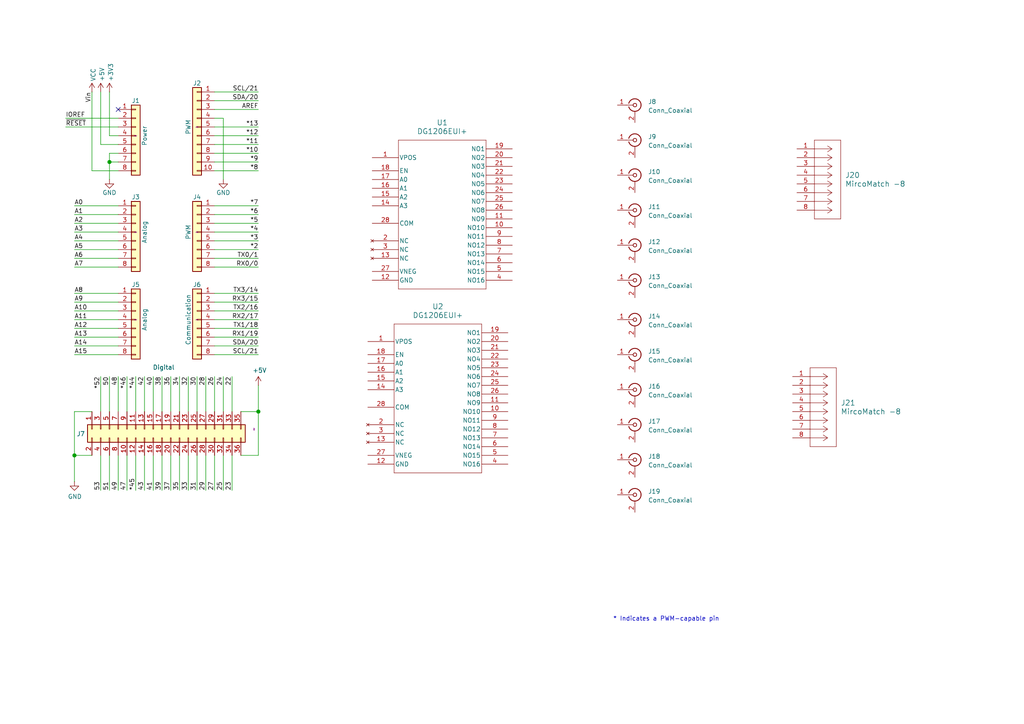
<source format=kicad_sch>
(kicad_sch (version 20250114) (generator "eeschema") (generator_version "9.0")
  (paper "A4")
  (title_block (date "mar. 31 mars 2015"))
  (lib_symbols
    (symbol "CableTester_Logic_Project_Lib:7-188275-8" (pin_names (offset 0.254))
      (property "Reference" "J" (at 5.842 6.604 0))
      (property "Value" "MircoMatch -8" (at 13.462 4.064 0))
      (symbol "7-188275-8_1_1"
        (polyline (pts (xy 5.08 2.54) (xy 5.08 -20.32)) (stroke (width 0.127)))
        (polyline (pts (xy 5.08 -20.32) (xy 12.7 -20.32)) (stroke (width 0.127)))
        (polyline (pts (xy 10.16 0) (xy 5.08 0)) (stroke (width 0.127)))
        (polyline (pts (xy 10.16 0) (xy 8.89 0.8467)) (stroke (width 0.127)))
        (polyline (pts (xy 10.16 0) (xy 8.89 -0.8467)) (stroke (width 0.127)))
        (polyline (pts (xy 10.16 -2.54) (xy 5.08 -2.54)) (stroke (width 0.127)))
        (polyline (pts (xy 10.16 -2.54) (xy 8.89 -1.6933)) (stroke (width 0.127)))
        (polyline (pts (xy 10.16 -2.54) (xy 8.89 -3.3867)) (stroke (width 0.127)))
        (polyline (pts (xy 10.16 -5.08) (xy 5.08 -5.08)) (stroke (width 0.127)))
        (polyline (pts (xy 10.16 -5.08) (xy 8.89 -4.2333)) (stroke (width 0.127)))
        (polyline (pts (xy 10.16 -5.08) (xy 8.89 -5.9267)) (stroke (width 0.127)))
        (polyline (pts (xy 10.16 -7.62) (xy 5.08 -7.62)) (stroke (width 0.127)))
        (polyline (pts (xy 10.16 -7.62) (xy 8.89 -6.7733)) (stroke (width 0.127)))
        (polyline (pts (xy 10.16 -7.62) (xy 8.89 -8.4667)) (stroke (width 0.127)))
        (polyline (pts (xy 10.16 -10.16) (xy 5.08 -10.16)) (stroke (width 0.127)))
        (polyline (pts (xy 10.16 -10.16) (xy 8.89 -9.3133)) (stroke (width 0.127)))
        (polyline (pts (xy 10.16 -10.16) (xy 8.89 -11.0067)) (stroke (width 0.127)))
        (polyline (pts (xy 10.16 -12.7) (xy 5.08 -12.7)) (stroke (width 0.127)))
        (polyline (pts (xy 10.16 -12.7) (xy 8.89 -11.8533)) (stroke (width 0.127)))
        (polyline (pts (xy 10.16 -12.7) (xy 8.89 -13.5467)) (stroke (width 0.127)))
        (polyline (pts (xy 10.16 -15.24) (xy 5.08 -15.24)) (stroke (width 0.127)))
        (polyline (pts (xy 10.16 -15.24) (xy 8.89 -14.3933)) (stroke (width 0.127)))
        (polyline (pts (xy 10.16 -15.24) (xy 8.89 -16.0867)) (stroke (width 0.127)))
        (polyline (pts (xy 10.16 -17.78) (xy 5.08 -17.78)) (stroke (width 0.127)))
        (polyline (pts (xy 10.16 -17.78) (xy 8.89 -16.9333)) (stroke (width 0.127)))
        (polyline (pts (xy 10.16 -17.78) (xy 8.89 -18.6267)) (stroke (width 0.127)))
        (polyline (pts (xy 12.7 2.54) (xy 5.08 2.54)) (stroke (width 0.127)))
        (polyline (pts (xy 12.7 -20.32) (xy 12.7 2.54)) (stroke (width 0.127)))
        (pin passive line (at 0 0 0) (length 5.08) (name "") (number "1"))
        (pin passive line (at 0 -2.54 0) (length 5.08) (name "") (number "2"))
        (pin passive line (at 0 -5.08 0) (length 5.08) (name "") (number "3"))
        (pin passive line (at 0 -7.62 0) (length 5.08) (name "") (number "4"))
        (pin passive line (at 0 -10.16 0) (length 5.08) (name "") (number "5"))
        (pin passive line (at 0 -12.7 0) (length 5.08) (name "") (number "6"))
        (pin passive line (at 0 -15.24 0) (length 5.08) (name "") (number "7"))
        (pin passive line (at 0 -17.78 0) (length 5.08) (name "") (number "8"))
      )
      (symbol "7-188275-8_1_2"
        (polyline (pts (xy 5.08 2.54) (xy 5.08 -20.32)) (stroke (width 0.127)))
        (polyline (pts (xy 5.08 -20.32) (xy 12.7 -20.32)) (stroke (width 0.127)))
        (polyline (pts (xy 7.62 0) (xy 5.08 0)) (stroke (width 0.127)))
        (polyline (pts (xy 7.62 0) (xy 8.89 0.8467)) (stroke (width 0.127)))
        (polyline (pts (xy 7.62 0) (xy 8.89 -0.8467)) (stroke (width 0.127)))
        (polyline (pts (xy 7.62 -2.54) (xy 5.08 -2.54)) (stroke (width 0.127)))
        (polyline (pts (xy 7.62 -2.54) (xy 8.89 -1.6933)) (stroke (width 0.127)))
        (polyline (pts (xy 7.62 -2.54) (xy 8.89 -3.3867)) (stroke (width 0.127)))
        (polyline (pts (xy 7.62 -5.08) (xy 5.08 -5.08)) (stroke (width 0.127)))
        (polyline (pts (xy 7.62 -5.08) (xy 8.89 -4.2333)) (stroke (width 0.127)))
        (polyline (pts (xy 7.62 -5.08) (xy 8.89 -5.9267)) (stroke (width 0.127)))
        (polyline (pts (xy 7.62 -7.62) (xy 5.08 -7.62)) (stroke (width 0.127)))
        (polyline (pts (xy 7.62 -7.62) (xy 8.89 -6.7733)) (stroke (width 0.127)))
        (polyline (pts (xy 7.62 -7.62) (xy 8.89 -8.4667)) (stroke (width 0.127)))
        (polyline (pts (xy 7.62 -10.16) (xy 5.08 -10.16)) (stroke (width 0.127)))
        (polyline (pts (xy 7.62 -10.16) (xy 8.89 -9.3133)) (stroke (width 0.127)))
        (polyline (pts (xy 7.62 -10.16) (xy 8.89 -11.0067)) (stroke (width 0.127)))
        (polyline (pts (xy 7.62 -12.7) (xy 5.08 -12.7)) (stroke (width 0.127)))
        (polyline (pts (xy 7.62 -12.7) (xy 8.89 -11.8533)) (stroke (width 0.127)))
        (polyline (pts (xy 7.62 -12.7) (xy 8.89 -13.5467)) (stroke (width 0.127)))
        (polyline (pts (xy 7.62 -15.24) (xy 5.08 -15.24)) (stroke (width 0.127)))
        (polyline (pts (xy 7.62 -15.24) (xy 8.89 -14.3933)) (stroke (width 0.127)))
        (polyline (pts (xy 7.62 -15.24) (xy 8.89 -16.0867)) (stroke (width 0.127)))
        (polyline (pts (xy 7.62 -17.78) (xy 5.08 -17.78)) (stroke (width 0.127)))
        (polyline (pts (xy 7.62 -17.78) (xy 8.89 -16.9333)) (stroke (width 0.127)))
        (polyline (pts (xy 7.62 -17.78) (xy 8.89 -18.6267)) (stroke (width 0.127)))
        (polyline (pts (xy 12.7 2.54) (xy 5.08 2.54)) (stroke (width 0.127)))
        (polyline (pts (xy 12.7 -20.32) (xy 12.7 2.54)) (stroke (width 0.127)))
        (pin unspecified line (at 0 0 0) (length 5.08) (name "1") (number "1"))
        (pin unspecified line (at 0 -2.54 0) (length 5.08) (name "2") (number "2"))
        (pin unspecified line (at 0 -5.08 0) (length 5.08) (name "3") (number "3"))
        (pin unspecified line (at 0 -7.62 0) (length 5.08) (name "4") (number "4"))
        (pin unspecified line (at 0 -10.16 0) (length 5.08) (name "5") (number "5"))
        (pin unspecified line (at 0 -12.7 0) (length 5.08) (name "6") (number "6"))
        (pin unspecified line (at 0 -15.24 0) (length 5.08) (name "7") (number "7"))
        (pin unspecified line (at 0 -17.78 0) (length 5.08) (name "8") (number "8"))
      )
    )
    (symbol "CableTester_Logic_Project_Lib:Conn_Coaxial" (pin_names (offset 1.016) (hide yes))
      (property "Reference" "J" (at 0.254 3.048 0))
      (property "Value" "Conn_Coaxial" (at 2.921 0 90))
      (symbol "Conn_Coaxial_0_1"
        (polyline (pts (xy -2.54 0) (xy -0.508 0)))
        (arc (start 1.778 0) (mid 0.222 -1.8079) (end -1.778 -0.508) (stroke (width 0.254)))
        (arc (start -1.778 0.508) (mid 0.2221 1.8084) (end 1.778 0) (stroke (width 0.254)))
        (circle (center 0 0) (radius 0.508) (stroke (width 0.2032)))
        (polyline (pts (xy 0 -2.54) (xy 0 -1.778)))
      )
      (symbol "Conn_Coaxial_1_1"
        (pin passive line (at -5.08 0 0) (length 2.54) (name "In") (number "1"))
        (pin passive line (at 0 -5.08 90) (length 2.54) (name "Ext") (number "2"))
        (pin passive line (at 0 -5.08 180) (length 2.54) (hide yes) (name "Ext") (number "3"))
        (pin passive line (at 0 -5.08 180) (length 2.54) (hide yes) (name "Ext") (number "4"))
        (pin passive line (at 0 -5.08 180) (length 2.54) (hide yes) (name "Ext") (number "5"))
      )
    )
    (symbol "CableTester_Logic_Project_Lib:DG1206EUI+" (pin_names (offset 0.254))
      (property "Reference" "U" (at 20.32 10.16 0))
      (property "Value" "DG1206EUI+" (at 20.32 7.62 0))
      (symbol "DG1206EUI+_0_1"
        (polyline (pts (xy 7.62 5.08) (xy 7.62 -38.1)) (stroke (width 0.127)))
        (polyline (pts (xy 7.62 -38.1) (xy 33.02 -38.1)) (stroke (width 0.127)))
        (polyline (pts (xy 33.02 5.08) (xy 7.62 5.08)) (stroke (width 0.127)))
        (polyline (pts (xy 33.02 -38.1) (xy 33.02 5.08)) (stroke (width 0.127)))
        (pin power_in line (at 0 0 0) (length 7.62) (name "VPOS") (number "1"))
        (pin input line (at 0 -3.81 0) (length 7.62) (name "EN") (number "18"))
        (pin input line (at 0 -6.35 0) (length 7.62) (name "A0") (number "17"))
        (pin input line (at 0 -8.89 0) (length 7.62) (name "A1") (number "16"))
        (pin input line (at 0 -11.43 0) (length 7.62) (name "A2") (number "15"))
        (pin input line (at 0 -13.97 0) (length 7.62) (name "A3") (number "14"))
        (pin bidirectional line (at 0 -19.05 0) (length 7.62) (name "COM") (number "28"))
        (pin no_connect line (at 0 -24.13 0) (length 7.62) (name "NC") (number "2"))
        (pin no_connect line (at 0 -26.67 0) (length 7.62) (name "NC") (number "3"))
        (pin no_connect line (at 0 -29.21 0) (length 7.62) (name "NC") (number "13"))
        (pin power_in line (at 0 -33.02 0) (length 7.62) (name "VNEG") (number "27"))
        (pin power_in line (at 0 -35.56 0) (length 7.62) (name "GND") (number "12"))
        (pin bidirectional line (at 40.64 2.54 180) (length 7.62) (name "NO1") (number "19"))
        (pin bidirectional line (at 40.64 0 180) (length 7.62) (name "NO2") (number "20"))
        (pin bidirectional line (at 40.64 -2.54 180) (length 7.62) (name "NO3") (number "21"))
        (pin bidirectional line (at 40.64 -5.08 180) (length 7.62) (name "NO4") (number "22"))
        (pin bidirectional line (at 40.64 -7.62 180) (length 7.62) (name "NO5") (number "23"))
        (pin bidirectional line (at 40.64 -10.16 180) (length 7.62) (name "NO6") (number "24"))
        (pin bidirectional line (at 40.64 -12.7 180) (length 7.62) (name "NO7") (number "25"))
        (pin bidirectional line (at 40.64 -15.24 180) (length 7.62) (name "NO8") (number "26"))
        (pin bidirectional line (at 40.64 -17.78 180) (length 7.62) (name "NO9") (number "11"))
        (pin bidirectional line (at 40.64 -20.32 180) (length 7.62) (name "NO10") (number "10"))
        (pin bidirectional line (at 40.64 -22.86 180) (length 7.62) (name "NO11") (number "9"))
        (pin bidirectional line (at 40.64 -25.4 180) (length 7.62) (name "NO12") (number "8"))
        (pin bidirectional line (at 40.64 -27.94 180) (length 7.62) (name "NO13") (number "7"))
        (pin bidirectional line (at 40.64 -30.48 180) (length 7.62) (name "NO14") (number "6"))
        (pin bidirectional line (at 40.64 -33.02 180) (length 7.62) (name "NO15") (number "5"))
        (pin bidirectional line (at 40.64 -35.56 180) (length 7.62) (name "NO16") (number "4"))
      )
    )
    (symbol "Connector_Generic:Conn_01x08" (pin_names (offset 1.016) (hide yes))
      (property "Reference" "J" (at 0 10.16 0))
      (property "Value" "Conn_01x08" (at 0 -12.7 0))
      (symbol "Conn_01x08_1_1"
        (rectangle (start -1.27 8.89) (end 1.27 -11.43) (stroke (width 0.254)) (fill (type background)))
        (rectangle (start -1.27 7.747) (end 0 7.493) (stroke (width 0.1524)))
        (rectangle (start -1.27 5.207) (end 0 4.953) (stroke (width 0.1524)))
        (rectangle (start -1.27 2.667) (end 0 2.413) (stroke (width 0.1524)))
        (rectangle (start -1.27 0.127) (end 0 -0.127) (stroke (width 0.1524)))
        (rectangle (start -1.27 -2.413) (end 0 -2.667) (stroke (width 0.1524)))
        (rectangle (start -1.27 -4.953) (end 0 -5.207) (stroke (width 0.1524)))
        (rectangle (start -1.27 -7.493) (end 0 -7.747) (stroke (width 0.1524)))
        (rectangle (start -1.27 -10.033) (end 0 -10.287) (stroke (width 0.1524)))
        (pin passive line (at -5.08 7.62 0) (length 3.81) (name "Pin_1") (number "1"))
        (pin passive line (at -5.08 5.08 0) (length 3.81) (name "Pin_2") (number "2"))
        (pin passive line (at -5.08 2.54 0) (length 3.81) (name "Pin_3") (number "3"))
        (pin passive line (at -5.08 0 0) (length 3.81) (name "Pin_4") (number "4"))
        (pin passive line (at -5.08 -2.54 0) (length 3.81) (name "Pin_5") (number "5"))
        (pin passive line (at -5.08 -5.08 0) (length 3.81) (name "Pin_6") (number "6"))
        (pin passive line (at -5.08 -7.62 0) (length 3.81) (name "Pin_7") (number "7"))
        (pin passive line (at -5.08 -10.16 0) (length 3.81) (name "Pin_8") (number "8"))
      )
    )
    (symbol "Connector_Generic:Conn_01x10" (pin_names (offset 1.016) (hide yes))
      (property "Reference" "J" (at 0 12.7 0))
      (property "Value" "Conn_01x10" (at 0 -15.24 0))
      (symbol "Conn_01x10_1_1"
        (rectangle (start -1.27 11.43) (end 1.27 -13.97) (stroke (width 0.254)) (fill (type background)))
        (rectangle (start -1.27 10.287) (end 0 10.033) (stroke (width 0.1524)))
        (rectangle (start -1.27 7.747) (end 0 7.493) (stroke (width 0.1524)))
        (rectangle (start -1.27 5.207) (end 0 4.953) (stroke (width 0.1524)))
        (rectangle (start -1.27 2.667) (end 0 2.413) (stroke (width 0.1524)))
        (rectangle (start -1.27 0.127) (end 0 -0.127) (stroke (width 0.1524)))
        (rectangle (start -1.27 -2.413) (end 0 -2.667) (stroke (width 0.1524)))
        (rectangle (start -1.27 -4.953) (end 0 -5.207) (stroke (width 0.1524)))
        (rectangle (start -1.27 -7.493) (end 0 -7.747) (stroke (width 0.1524)))
        (rectangle (start -1.27 -10.033) (end 0 -10.287) (stroke (width 0.1524)))
        (rectangle (start -1.27 -12.573) (end 0 -12.827) (stroke (width 0.1524)))
        (pin passive line (at -5.08 10.16 0) (length 3.81) (name "Pin_1") (number "1"))
        (pin passive line (at -5.08 7.62 0) (length 3.81) (name "Pin_2") (number "2"))
        (pin passive line (at -5.08 5.08 0) (length 3.81) (name "Pin_3") (number "3"))
        (pin passive line (at -5.08 2.54 0) (length 3.81) (name "Pin_4") (number "4"))
        (pin passive line (at -5.08 0 0) (length 3.81) (name "Pin_5") (number "5"))
        (pin passive line (at -5.08 -2.54 0) (length 3.81) (name "Pin_6") (number "6"))
        (pin passive line (at -5.08 -5.08 0) (length 3.81) (name "Pin_7") (number "7"))
        (pin passive line (at -5.08 -7.62 0) (length 3.81) (name "Pin_8") (number "8"))
        (pin passive line (at -5.08 -10.16 0) (length 3.81) (name "Pin_9") (number "9"))
        (pin passive line (at -5.08 -12.7 0) (length 3.81) (name "Pin_10") (number "10"))
      )
    )
    (symbol "Connector_Generic:Conn_02x18_Odd_Even" (pin_names (offset 1.016) (hide yes))
      (property "Reference" "J" (at 1.27 22.86 0))
      (property "Value" "Conn_02x18_Odd_Even" (at 1.27 -25.4 0))
      (symbol "Conn_02x18_Odd_Even_1_1"
        (rectangle (start -1.27 21.59) (end 3.81 -24.13) (stroke (width 0.254)) (fill (type background)))
        (rectangle (start -1.27 20.447) (end 0 20.193) (stroke (width 0.1524)))
        (rectangle (start -1.27 17.907) (end 0 17.653) (stroke (width 0.1524)))
        (rectangle (start -1.27 15.367) (end 0 15.113) (stroke (width 0.1524)))
        (rectangle (start -1.27 12.827) (end 0 12.573) (stroke (width 0.1524)))
        (rectangle (start -1.27 10.287) (end 0 10.033) (stroke (width 0.1524)))
        (rectangle (start -1.27 7.747) (end 0 7.493) (stroke (width 0.1524)))
        (rectangle (start -1.27 5.207) (end 0 4.953) (stroke (width 0.1524)))
        (rectangle (start -1.27 2.667) (end 0 2.413) (stroke (width 0.1524)))
        (rectangle (start -1.27 0.127) (end 0 -0.127) (stroke (width 0.1524)))
        (rectangle (start -1.27 -2.413) (end 0 -2.667) (stroke (width 0.1524)))
        (rectangle (start -1.27 -4.953) (end 0 -5.207) (stroke (width 0.1524)))
        (rectangle (start -1.27 -7.493) (end 0 -7.747) (stroke (width 0.1524)))
        (rectangle (start -1.27 -10.033) (end 0 -10.287) (stroke (width 0.1524)))
        (rectangle (start -1.27 -12.573) (end 0 -12.827) (stroke (width 0.1524)))
        (rectangle (start -1.27 -15.113) (end 0 -15.367) (stroke (width 0.1524)))
        (rectangle (start -1.27 -17.653) (end 0 -17.907) (stroke (width 0.1524)))
        (rectangle (start -1.27 -20.193) (end 0 -20.447) (stroke (width 0.1524)))
        (rectangle (start -1.27 -22.733) (end 0 -22.987) (stroke (width 0.1524)))
        (rectangle (start 3.81 20.447) (end 2.54 20.193) (stroke (width 0.1524)))
        (rectangle (start 3.81 17.907) (end 2.54 17.653) (stroke (width 0.1524)))
        (rectangle (start 3.81 15.367) (end 2.54 15.113) (stroke (width 0.1524)))
        (rectangle (start 3.81 12.827) (end 2.54 12.573) (stroke (width 0.1524)))
        (rectangle (start 3.81 10.287) (end 2.54 10.033) (stroke (width 0.1524)))
        (rectangle (start 3.81 7.747) (end 2.54 7.493) (stroke (width 0.1524)))
        (rectangle (start 3.81 5.207) (end 2.54 4.953) (stroke (width 0.1524)))
        (rectangle (start 3.81 2.667) (end 2.54 2.413) (stroke (width 0.1524)))
        (rectangle (start 3.81 0.127) (end 2.54 -0.127) (stroke (width 0.1524)))
        (rectangle (start 3.81 -2.413) (end 2.54 -2.667) (stroke (width 0.1524)))
        (rectangle (start 3.81 -4.953) (end 2.54 -5.207) (stroke (width 0.1524)))
        (rectangle (start 3.81 -7.493) (end 2.54 -7.747) (stroke (width 0.1524)))
        (rectangle (start 3.81 -10.033) (end 2.54 -10.287) (stroke (width 0.1524)))
        (rectangle (start 3.81 -12.573) (end 2.54 -12.827) (stroke (width 0.1524)))
        (rectangle (start 3.81 -15.113) (end 2.54 -15.367) (stroke (width 0.1524)))
        (rectangle (start 3.81 -17.653) (end 2.54 -17.907) (stroke (width 0.1524)))
        (rectangle (start 3.81 -20.193) (end 2.54 -20.447) (stroke (width 0.1524)))
        (rectangle (start 3.81 -22.733) (end 2.54 -22.987) (stroke (width 0.1524)))
        (pin passive line (at -5.08 20.32 0) (length 3.81) (name "Pin_1") (number "1"))
        (pin passive line (at -5.08 17.78 0) (length 3.81) (name "Pin_3") (number "3"))
        (pin passive line (at -5.08 15.24 0) (length 3.81) (name "Pin_5") (number "5"))
        (pin passive line (at -5.08 12.7 0) (length 3.81) (name "Pin_7") (number "7"))
        (pin passive line (at -5.08 10.16 0) (length 3.81) (name "Pin_9") (number "9"))
        (pin passive line (at -5.08 7.62 0) (length 3.81) (name "Pin_11") (number "11"))
        (pin passive line (at -5.08 5.08 0) (length 3.81) (name "Pin_13") (number "13"))
        (pin passive line (at -5.08 2.54 0) (length 3.81) (name "Pin_15") (number "15"))
        (pin passive line (at -5.08 0 0) (length 3.81) (name "Pin_17") (number "17"))
        (pin passive line (at -5.08 -2.54 0) (length 3.81) (name "Pin_19") (number "19"))
        (pin passive line (at -5.08 -5.08 0) (length 3.81) (name "Pin_21") (number "21"))
        (pin passive line (at -5.08 -7.62 0) (length 3.81) (name "Pin_23") (number "23"))
        (pin passive line (at -5.08 -10.16 0) (length 3.81) (name "Pin_25") (number "25"))
        (pin passive line (at -5.08 -12.7 0) (length 3.81) (name "Pin_27") (number "27"))
        (pin passive line (at -5.08 -15.24 0) (length 3.81) (name "Pin_29") (number "29"))
        (pin passive line (at -5.08 -17.78 0) (length 3.81) (name "Pin_31") (number "31"))
        (pin passive line (at -5.08 -20.32 0) (length 3.81) (name "Pin_33") (number "33"))
        (pin passive line (at -5.08 -22.86 0) (length 3.81) (name "Pin_35") (number "35"))
        (pin passive line (at 7.62 20.32 180) (length 3.81) (name "Pin_2") (number "2"))
        (pin passive line (at 7.62 17.78 180) (length 3.81) (name "Pin_4") (number "4"))
        (pin passive line (at 7.62 15.24 180) (length 3.81) (name "Pin_6") (number "6"))
        (pin passive line (at 7.62 12.7 180) (length 3.81) (name "Pin_8") (number "8"))
        (pin passive line (at 7.62 10.16 180) (length 3.81) (name "Pin_10") (number "10"))
        (pin passive line (at 7.62 7.62 180) (length 3.81) (name "Pin_12") (number "12"))
        (pin passive line (at 7.62 5.08 180) (length 3.81) (name "Pin_14") (number "14"))
        (pin passive line (at 7.62 2.54 180) (length 3.81) (name "Pin_16") (number "16"))
        (pin passive line (at 7.62 0 180) (length 3.81) (name "Pin_18") (number "18"))
        (pin passive line (at 7.62 -2.54 180) (length 3.81) (name "Pin_20") (number "20"))
        (pin passive line (at 7.62 -5.08 180) (length 3.81) (name "Pin_22") (number "22"))
        (pin passive line (at 7.62 -7.62 180) (length 3.81) (name "Pin_24") (number "24"))
        (pin passive line (at 7.62 -10.16 180) (length 3.81) (name "Pin_26") (number "26"))
        (pin passive line (at 7.62 -12.7 180) (length 3.81) (name "Pin_28") (number "28"))
        (pin passive line (at 7.62 -15.24 180) (length 3.81) (name "Pin_30") (number "30"))
        (pin passive line (at 7.62 -17.78 180) (length 3.81) (name "Pin_32") (number "32"))
        (pin passive line (at 7.62 -20.32 180) (length 3.81) (name "Pin_34") (number "34"))
        (pin passive line (at 7.62 -22.86 180) (length 3.81) (name "Pin_36") (number "36"))
      )
    )
    (symbol "power:+3V3" (power) (pin_numbers (hide yes)) (pin_names (offset 0) (hide yes))
      (property "Value" "+3V3" (at 0 3.556 0))
      (symbol "+3V3_0_1"
        (polyline (pts (xy -0.762 1.27) (xy 0 2.54)))
        (polyline (pts (xy 0 2.54) (xy 0.762 1.27)))
        (polyline (pts (xy 0 0) (xy 0 2.54)))
      )
      (symbol "+3V3_1_1"
        (pin power_in line (at 0 0 90) (length 0) (name "~") (number "1"))
      )
    )
    (symbol "power:+5V" (power) (pin_numbers (hide yes)) (pin_names (offset 0) (hide yes))
      (property "Value" "+5V" (at 0 3.556 0))
      (symbol "+5V_0_1"
        (polyline (pts (xy -0.762 1.27) (xy 0 2.54)))
        (polyline (pts (xy 0 2.54) (xy 0.762 1.27)))
        (polyline (pts (xy 0 0) (xy 0 2.54)))
      )
      (symbol "+5V_1_1"
        (pin power_in line (at 0 0 90) (length 0) (name "~") (number "1"))
      )
    )
    (symbol "power:GND" (power) (pin_numbers (hide yes)) (pin_names (offset 0) (hide yes))
      (property "Value" "GND" (at 0 -3.81 0))
      (symbol "GND_0_1"
        (polyline (pts (xy 0 0) (xy 0 -1.27) (xy 1.27 -1.27) (xy 0 -2.54) (xy -1.27 -1.27) (xy 0 -1.27)))
      )
      (symbol "GND_1_1"
        (pin power_in line (at 0 0 270) (length 0) (name "~") (number "1"))
      )
    )
    (symbol "power:VCC" (power) (pin_numbers (hide yes)) (pin_names (offset 0) (hide yes))
      (property "Value" "VCC" (at 0 3.556 0))
      (symbol "VCC_0_1"
        (polyline (pts (xy -0.762 1.27) (xy 0 2.54)))
        (polyline (pts (xy 0 2.54) (xy 0.762 1.27)))
        (polyline (pts (xy 0 0) (xy 0 2.54)))
      )
      (symbol "VCC_1_1"
        (pin power_in line (at 0 0 90) (length 0) (name "~") (number "1"))
      )
    )
  )
  (text "* Indicates a PWM-capable pin" (at 177.8 180.34 0) (effects (font (size 1.27 1.27)) (justify left bottom)))
  (junction (at 21.59 132.08) (diameter 1.016))
  (junction (at 31.75 46.99) (diameter 1.016))
  (junction (at 74.93 119.38) (diameter 1.016))
  (no_connect (at 34.29 31.75))
  (wire (pts (xy 62.23 77.47) (xy 74.93 77.47)))
  (wire (pts (xy 21.59 77.47) (xy 34.29 77.47)))
  (wire (pts (xy 62.23 44.45) (xy 74.93 44.45)))
  (wire (pts (xy 44.45 109.22) (xy 44.45 119.38)))
  (wire (pts (xy 62.23 26.67) (xy 74.93 26.67)))
  (wire (pts (xy 46.99 109.22) (xy 46.99 119.38)))
  (wire (pts (xy 74.93 119.38) (xy 74.93 132.08)))
  (wire (pts (xy 26.67 119.38) (xy 21.59 119.38)))
  (wire (pts (xy 62.23 90.17) (xy 74.93 90.17)))
  (wire (pts (xy 31.75 44.45) (xy 31.75 46.99)))
  (wire (pts (xy 49.53 132.08) (xy 49.53 142.24)))
  (wire (pts (xy 21.59 72.39) (xy 34.29 72.39)))
  (wire (pts (xy 54.61 109.22) (xy 54.61 119.38)))
  (wire (pts (xy 31.75 109.22) (xy 31.75 119.38)))
  (wire (pts (xy 67.31 109.22) (xy 67.31 119.38)))
  (wire (pts (xy 31.75 46.99) (xy 31.75 52.07)))
  (wire (pts (xy 62.23 132.08) (xy 62.23 142.24)))
  (wire (pts (xy 31.75 39.37) (xy 34.29 39.37)))
  (wire (pts (xy 41.91 109.22) (xy 41.91 119.38)))
  (wire (pts (xy 29.21 41.91) (xy 34.29 41.91)))
  (wire (pts (xy 52.07 132.08) (xy 52.07 142.24)))
  (wire (pts (xy 29.21 26.67) (xy 29.21 41.91)))
  (wire (pts (xy 21.59 102.87) (xy 34.29 102.87)))
  (wire (pts (xy 36.83 132.08) (xy 36.83 142.24)))
  (wire (pts (xy 59.69 132.08) (xy 59.69 142.24)))
  (wire (pts (xy 62.23 36.83) (xy 74.93 36.83)))
  (wire (pts (xy 31.75 26.67) (xy 31.75 39.37)))
  (wire (pts (xy 62.23 59.69) (xy 74.93 59.69)))
  (wire (pts (xy 34.29 59.69) (xy 21.59 59.69)))
  (wire (pts (xy 62.23 39.37) (xy 74.93 39.37)))
  (wire (pts (xy 34.29 100.33) (xy 21.59 100.33)))
  (wire (pts (xy 62.23 62.23) (xy 74.93 62.23)))
  (wire (pts (xy 62.23 97.79) (xy 74.93 97.79)))
  (wire (pts (xy 52.07 109.22) (xy 52.07 119.38)))
  (wire (pts (xy 21.59 119.38) (xy 21.59 132.08)))
  (wire (pts (xy 36.83 109.22) (xy 36.83 119.38)))
  (wire (pts (xy 26.67 132.08) (xy 21.59 132.08)))
  (wire (pts (xy 62.23 46.99) (xy 74.93 46.99)))
  (wire (pts (xy 59.69 109.22) (xy 59.69 119.38)))
  (wire (pts (xy 57.15 109.22) (xy 57.15 119.38)))
  (wire (pts (xy 39.37 132.08) (xy 39.37 142.24)))
  (wire (pts (xy 57.15 132.08) (xy 57.15 142.24)))
  (wire (pts (xy 34.29 132.08) (xy 34.29 142.24)))
  (wire (pts (xy 64.77 109.22) (xy 64.77 119.38)))
  (wire (pts (xy 62.23 67.31) (xy 74.93 67.31)))
  (wire (pts (xy 44.45 132.08) (xy 44.45 142.24)))
  (wire (pts (xy 39.37 109.22) (xy 39.37 119.38)))
  (wire (pts (xy 19.05 34.29) (xy 34.29 34.29)))
  (wire (pts (xy 62.23 87.63) (xy 74.93 87.63)))
  (wire (pts (xy 74.93 111.76) (xy 74.93 119.38)))
  (wire (pts (xy 64.77 34.29) (xy 64.77 52.07)))
  (wire (pts (xy 62.23 102.87) (xy 74.93 102.87)))
  (wire (pts (xy 62.23 31.75) (xy 74.93 31.75)))
  (wire (pts (xy 69.85 119.38) (xy 74.93 119.38)))
  (wire (pts (xy 62.23 95.25) (xy 74.93 95.25)))
  (wire (pts (xy 21.59 92.71) (xy 34.29 92.71)))
  (wire (pts (xy 34.29 64.77) (xy 21.59 64.77)))
  (wire (pts (xy 19.05 36.83) (xy 34.29 36.83)))
  (wire (pts (xy 62.23 85.09) (xy 74.93 85.09)))
  (wire (pts (xy 34.29 46.99) (xy 31.75 46.99)))
  (wire (pts (xy 34.29 49.53) (xy 26.67 49.53)))
  (wire (pts (xy 29.21 109.22) (xy 29.21 119.38)))
  (wire (pts (xy 21.59 62.23) (xy 34.29 62.23)))
  (wire (pts (xy 31.75 132.08) (xy 31.75 142.24)))
  (wire (pts (xy 54.61 132.08) (xy 54.61 142.24)))
  (wire (pts (xy 34.29 90.17) (xy 21.59 90.17)))
  (wire (pts (xy 29.21 132.08) (xy 29.21 142.24)))
  (wire (pts (xy 62.23 92.71) (xy 74.93 92.71)))
  (wire (pts (xy 62.23 34.29) (xy 64.77 34.29)))
  (wire (pts (xy 46.99 132.08) (xy 46.99 142.24)))
  (wire (pts (xy 34.29 44.45) (xy 31.75 44.45)))
  (wire (pts (xy 21.59 97.79) (xy 34.29 97.79)))
  (wire (pts (xy 62.23 109.22) (xy 62.23 119.38)))
  (wire (pts (xy 62.23 41.91) (xy 74.93 41.91)))
  (wire (pts (xy 49.53 109.22) (xy 49.53 119.38)))
  (wire (pts (xy 21.59 87.63) (xy 34.29 87.63)))
  (wire (pts (xy 62.23 64.77) (xy 74.93 64.77)))
  (wire (pts (xy 21.59 67.31) (xy 34.29 67.31)))
  (wire (pts (xy 34.29 109.22) (xy 34.29 119.38)))
  (wire (pts (xy 62.23 100.33) (xy 74.93 100.33)))
  (wire (pts (xy 74.93 132.08) (xy 69.85 132.08)))
  (wire (pts (xy 34.29 85.09) (xy 21.59 85.09)))
  (wire (pts (xy 67.31 132.08) (xy 67.31 142.24)))
  (wire (pts (xy 62.23 29.21) (xy 74.93 29.21)))
  (wire (pts (xy 64.77 132.08) (xy 64.77 142.24)))
  (wire (pts (xy 62.23 72.39) (xy 74.93 72.39)))
  (wire (pts (xy 62.23 69.85) (xy 74.93 69.85)))
  (wire (pts (xy 41.91 132.08) (xy 41.91 142.24)))
  (wire (pts (xy 62.23 74.93) (xy 74.93 74.93)))
  (wire (pts (xy 34.29 95.25) (xy 21.59 95.25)))
  (wire (pts (xy 26.67 49.53) (xy 26.67 26.67)))
  (wire (pts (xy 21.59 132.08) (xy 21.59 139.7)))
  (wire (pts (xy 34.29 74.93) (xy 21.59 74.93)))
  (wire (pts (xy 34.29 69.85) (xy 21.59 69.85)))
  (wire (pts (xy 62.23 49.53) (xy 74.93 49.53)))
  (label "A10" (at 21.59 90.17 0))
  (label "RX0{slash}0" (at 74.93 77.47 180))
  (label "A15" (at 21.59 102.87 0))
  (label "A2" (at 21.59 64.77 0))
  (label "RX2{slash}17" (at 74.93 92.71 180))
  (label "*4" (at 74.93 67.31 180))
  (label "SDA{slash}20" (at 74.93 100.33 180))
  (label "26" (at 62.23 109.22 270))
  (label "31" (at 57.15 142.24 90))
  (label "22" (at 67.31 109.22 270))
  (label "33" (at 54.61 142.24 90))
  (label "36" (at 49.53 109.22 270))
  (label "*2" (at 74.93 72.39 180))
  (label "TX1{slash}18" (at 74.93 95.25 180))
  (label "*44" (at 39.37 109.22 270))
  (label "A3" (at 21.59 67.31 0))
  (label "*13" (at 74.93 36.83 180))
  (label "*52" (at 29.21 109.22 270))
  (label "*12" (at 74.93 39.37 180))
  (label "40" (at 44.45 109.22 270))
  (label "~{RESET}" (at 19.05 36.83 0))
  (label "35" (at 52.07 142.24 90))
  (label "*10" (at 74.93 44.45 180))
  (label "28" (at 59.69 109.22 270))
  (label "23" (at 67.31 142.24 90))
  (label "29" (at 59.69 142.24 90))
  (label "A13" (at 21.59 97.79 0))
  (label "41" (at 44.45 142.24 90))
  (label "30" (at 57.15 109.22 270))
  (label "47" (at 36.83 142.24 90))
  (label "34" (at 52.07 109.22 270))
  (label "*45" (at 39.37 142.24 90))
  (label "38" (at 46.99 109.22 270))
  (label "51" (at 31.75 142.24 90))
  (label "*7" (at 74.93 59.69 180))
  (label "SDA{slash}20" (at 74.93 29.21 180))
  (label "*8" (at 74.93 49.53 180))
  (label "A9" (at 21.59 87.63 0))
  (label "*11" (at 74.93 41.91 180))
  (label "*3" (at 74.93 69.85 180))
  (label "A6" (at 21.59 74.93 0))
  (label "42" (at 41.91 109.22 270))
  (label "A1" (at 21.59 62.23 0))
  (label "53" (at 29.21 142.24 90))
  (label "TX0{slash}1" (at 74.93 74.93 180))
  (label "24" (at 64.77 109.22 270))
  (label "RX1{slash}19" (at 74.93 97.79 180))
  (label "A0" (at 21.59 59.69 0))
  (label "AREF" (at 74.93 31.75 180))
  (label "A14" (at 21.59 100.33 0))
  (label "39" (at 46.99 142.24 90))
  (label "A8" (at 21.59 85.09 0))
  (label "Vin" (at 26.67 26.67 270))
  (label "27" (at 62.23 142.24 90))
  (label "37" (at 49.53 142.24 90))
  (label "25" (at 64.77 142.24 90))
  (label "*6" (at 74.93 62.23 180))
  (label "*46" (at 36.83 109.22 270))
  (label "SCL{slash}21" (at 74.93 26.67 180))
  (label "*9" (at 74.93 46.99 180))
  (label "50" (at 31.75 109.22 270))
  (label "TX2{slash}16" (at 74.93 90.17 180))
  (label "*5" (at 74.93 64.77 180))
  (label "IOREF" (at 19.05 34.29 0))
  (label "A7" (at 21.59 77.47 0))
  (label "A11" (at 21.59 92.71 0))
  (label "A4" (at 21.59 69.85 0))
  (label "49" (at 34.29 142.24 90))
  (label "A5" (at 21.59 72.39 0))
  (label "RX3{slash}15" (at 74.93 87.63 180))
  (label "TX3{slash}14" (at 74.93 85.09 180))
  (label "32" (at 54.61 109.22 270))
  (label "43" (at 41.91 142.24 90))
  (label "A12" (at 21.59 95.25 0))
  (label "SCL{slash}21" (at 74.93 102.87 180))
  (label "48" (at 34.29 109.22 270))
  (symbol (lib_id "Connector_Generic:Conn_01x08") (at 39.37 39.37 0) (unit 1)
    (property "Reference" "J1" (at 39.37 29.21 0))
    (property "Value" "Power" (at 41.91 39.37 90))
    (property "Footprint" "Connector_PinSocket_2.54mm:PinSocket_1x08_P2.54mm_Vertical" (effects (hide yes)))
    (property "Datasheet" "~" (at 39.37 39.37 0))
    (property "Description" "Generic connector, single row, 01x08, script generated (kicad-library-utils/schlib/autogen/connector/)" (effects (hide yes)))
  )
  (symbol (lib_id "power:+3V3") (at 31.75 26.67 0) (unit 1)
    (property "Reference" "#PWR03" (effects (hide yes)))
    (property "Value" "+3V3" (at 32.131 23.622 90) (effects (justify left)))
    (property "Description" "Power symbol creates a global label with name \"+3V3\"" (effects (hide yes)))
  )
  (symbol (lib_id "power:+5V") (at 29.21 26.67 0) (unit 1)
    (property "Reference" "#PWR02" (effects (hide yes)))
    (property "Value" "+5V" (at 29.5656 23.622 90) (effects (justify left)))
    (property "Description" "Power symbol creates a global label with name \"+5V\"" (effects (hide yes)))
  )
  (symbol (lib_id "power:GND") (at 31.75 52.07 0) (unit 1)
    (property "Reference" "#PWR04" (effects (hide yes)))
    (property "Value" "GND" (at 31.75 55.88 0))
    (property "Description" "Power symbol creates a global label with name \"GND\" , ground" (effects (hide yes)))
  )
  (symbol (lib_id "Connector_Generic:Conn_01x10") (at 57.15 36.83 0) (mirror y) (unit 1)
    (property "Reference" "J2" (at 57.15 24.13 0))
    (property "Value" "PWM" (at 54.61 36.83 90))
    (property "Footprint" "Connector_PinSocket_2.54mm:PinSocket_1x10_P2.54mm_Vertical" (effects (hide yes)))
    (property "Datasheet" "~" (at 57.15 36.83 0))
    (property "Description" "Generic connector, single row, 01x10, script generated (kicad-library-utils/schlib/autogen/connector/)" (effects (hide yes)))
  )
  (symbol (lib_id "power:GND") (at 64.77 52.07 0) (unit 1)
    (property "Reference" "#PWR05" (effects (hide yes)))
    (property "Value" "GND" (at 64.77 55.88 0))
    (property "Description" "Power symbol creates a global label with name \"GND\" , ground" (effects (hide yes)))
  )
  (symbol (lib_id "Connector_Generic:Conn_01x08") (at 39.37 67.31 0) (unit 1)
    (property "Reference" "J3" (at 39.37 57.15 0))
    (property "Value" "Analog" (at 41.91 67.31 90))
    (property "Footprint" "Connector_PinSocket_2.54mm:PinSocket_1x08_P2.54mm_Vertical" (effects (hide yes)))
    (property "Datasheet" "~" (at 39.37 67.31 0))
    (property "Description" "Generic connector, single row, 01x08, script generated (kicad-library-utils/schlib/autogen/connector/)" (effects (hide yes)))
  )
  (symbol (lib_id "Connector_Generic:Conn_01x08") (at 57.15 67.31 0) (mirror y) (unit 1)
    (property "Reference" "J4" (at 57.15 57.15 0))
    (property "Value" "PWM" (at 54.61 67.31 90))
    (property "Footprint" "Connector_PinSocket_2.54mm:PinSocket_1x08_P2.54mm_Vertical" (effects (hide yes)))
    (property "Datasheet" "~" (at 57.15 67.31 0))
    (property "Description" "Generic connector, single row, 01x08, script generated (kicad-library-utils/schlib/autogen/connector/)" (effects (hide yes)))
  )
  (symbol (lib_id "Connector_Generic:Conn_01x08") (at 39.37 92.71 0) (unit 1)
    (property "Reference" "J5" (at 39.37 82.55 0))
    (property "Value" "Analog" (at 41.91 92.71 90))
    (property "Footprint" "Connector_PinSocket_2.54mm:PinSocket_1x08_P2.54mm_Vertical" (effects (hide yes)))
    (property "Datasheet" "~" (at 39.37 92.71 0))
    (property "Description" "Generic connector, single row, 01x08, script generated (kicad-library-utils/schlib/autogen/connector/)" (effects (hide yes)))
  )
  (symbol (lib_id "Connector_Generic:Conn_01x08") (at 57.15 92.71 0) (mirror y) (unit 1)
    (property "Reference" "J6" (at 57.15 82.55 0))
    (property "Value" "Communication" (at 54.61 92.71 90))
    (property "Footprint" "Connector_PinSocket_2.54mm:PinSocket_1x08_P2.54mm_Vertical" (effects (hide yes)))
    (property "Datasheet" "~" (at 57.15 92.71 0))
    (property "Description" "Generic connector, single row, 01x08, script generated (kicad-library-utils/schlib/autogen/connector/)" (effects (hide yes)))
  )
  (symbol (lib_id "Connector_Generic:Conn_02x18_Odd_Even") (at 46.99 124.46 90) (mirror x) (unit 1)
    (property "Reference" "J7" (at 24.6379 125.8506 90) (effects (justify left)))
    (property "Value" "Digital" (at 47.498 106.553 90))
    (property "Footprint" "Connector_PinSocket_2.54mm:PinSocket_2x18_P2.54mm_Vertical" (effects (hide yes)))
    (property "Datasheet" "~" (at 73.66 124.46 0))
    (property "Description" "Generic connector, double row, 02x18, odd/even pin numbering scheme (row 1 odd numbers, row 2 even numbers), script generated (kicad-library-utils/schlib/autogen/connector/)" (effects (hide yes)))
  )
  (symbol (lib_id "power:GND") (at 21.59 139.7 0) (unit 1)
    (property "Reference" "#PWR07" (effects (hide yes)))
    (property "Value" "GND" (at 21.7043 144.0244 0))
    (property "Description" "Power symbol creates a global label with name \"GND\" , ground" (effects (hide yes)))
  )
  (symbol (lib_id "power:+5V") (at 74.93 111.76 0) (unit 1)
    (property "Reference" "#PWR06" (effects (hide yes)))
    (property "Value" "+5V" (at 75.2983 107.4356 0))
    (property "Description" "Power symbol creates a global label with name \"+5V\"" (effects (hide yes)))
  )
  (symbol (lib_id "CableTester_Logic_Project_Lib:DG1206EUI+") (at 106.68 99.06 0) (unit 1)
    (property "Reference" "U2" (at 127 88.9 0) (effects (font (size 1.524 1.524))))
    (property "Value" "DG1206EUI+" (at 127 91.44 0) (effects (font (size 1.524 1.524))))
    (property "Footprint" "Package_SO:TSSOP-28_4.4x9.7mm_P0.65mm" (effects (hide yes)))
  )
  (symbol (lib_id "CableTester_Logic_Project_Lib:Conn_Coaxial") (at 184.15 113.03 0) (unit 1)
    (property "Reference" "J16" (at 187.96 112.0531 0) (effects (justify left)))
    (property "Value" "Conn_Coaxial" (at 187.96 114.5931 0) (effects (justify left)))
    (property "Footprint" "Project_Footprints:SMB_Jack_Vertical" (effects (hide yes)))
    (property "Description" "coaxial connector (BNC, SMA, SMB, SMC, Cinch/RCA, LEMO, ...)" (effects (hide yes)))
  )
  (symbol (lib_id "CableTester_Logic_Project_Lib:Conn_Coaxial") (at 184.15 143.51 0) (unit 1)
    (property "Reference" "J19" (at 187.96 142.5331 0) (effects (justify left)))
    (property "Value" "Conn_Coaxial" (at 187.96 145.0731 0) (effects (justify left)))
    (property "Footprint" "Project_Footprints:SMB_Jack_Vertical" (effects (hide yes)))
    (property "Description" "coaxial connector (BNC, SMA, SMB, SMC, Cinch/RCA, LEMO, ...)" (effects (hide yes)))
  )
  (symbol (lib_id "CableTester_Logic_Project_Lib:Conn_Coaxial") (at 184.15 133.35 0) (unit 1)
    (property "Reference" "J18" (at 187.96 132.3731 0) (effects (justify left)))
    (property "Value" "Conn_Coaxial" (at 187.96 134.9131 0) (effects (justify left)))
    (property "Footprint" "Project_Footprints:SMB_Jack_Vertical" (effects (hide yes)))
    (property "Description" "coaxial connector (BNC, SMA, SMB, SMC, Cinch/RCA, LEMO, ...)" (effects (hide yes)))
  )
  (symbol (lib_id "CableTester_Logic_Project_Lib:DG1206EUI+") (at 107.95 45.72 0) (unit 1)
    (property "Reference" "U1" (at 128.27 35.56 0) (effects (font (size 1.524 1.524))))
    (property "Value" "DG1206EUI+" (at 128.27 38.1 0) (effects (font (size 1.524 1.524))))
    (property "Footprint" "Package_SO:TSSOP-28_4.4x9.7mm_P0.65mm" (effects (hide yes)))
  )
  (symbol (lib_id "CableTester_Logic_Project_Lib:Conn_Coaxial") (at 184.15 102.87 0) (unit 1)
    (property "Reference" "J15" (at 187.96 101.8931 0) (effects (justify left)))
    (property "Value" "Conn_Coaxial" (at 187.96 104.4331 0) (effects (justify left)))
    (property "Footprint" "Project_Footprints:SMB_Jack_Vertical" (effects (hide yes)))
    (property "Description" "coaxial connector (BNC, SMA, SMB, SMC, Cinch/RCA, LEMO, ...)" (effects (hide yes)))
  )
  (symbol (lib_id "power:VCC") (at 26.67 26.67 0) (unit 1)
    (property "Reference" "#PWR01" (effects (hide yes)))
    (property "Value" "VCC" (at 27.051 23.622 90) (effects (justify left)))
    (property "Description" "Power symbol creates a global label with name \"VCC\"" (effects (hide yes)))
  )
  (symbol (lib_id "CableTester_Logic_Project_Lib:Conn_Coaxial") (at 184.15 92.71 0) (unit 1)
    (property "Reference" "J14" (at 187.96 91.7331 0) (effects (justify left)))
    (property "Value" "Conn_Coaxial" (at 187.96 94.2731 0) (effects (justify left)))
    (property "Footprint" "Project_Footprints:SMB_Jack_Vertical" (effects (hide yes)))
    (property "Description" "coaxial connector (BNC, SMA, SMB, SMC, Cinch/RCA, LEMO, ...)" (effects (hide yes)))
  )
  (symbol (lib_id "CableTester_Logic_Project_Lib:Conn_Coaxial") (at 184.15 60.96 0) (unit 1)
    (property "Reference" "J11" (at 187.96 59.9831 0) (effects (justify left)))
    (property "Value" "Conn_Coaxial" (at 187.96 62.5231 0) (effects (justify left)))
    (property "Footprint" "Project_Footprints:SMB_Jack_Vertical" (effects (hide yes)))
    (property "Description" "coaxial connector (BNC, SMA, SMB, SMC, Cinch/RCA, LEMO, ...)" (effects (hide yes)))
  )
  (symbol (lib_id "CableTester_Logic_Project_Lib:Conn_Coaxial") (at 184.15 81.28 0) (unit 1)
    (property "Reference" "J13" (at 187.96 80.3031 0) (effects (justify left)))
    (property "Value" "Conn_Coaxial" (at 187.96 82.8431 0) (effects (justify left)))
    (property "Footprint" "Project_Footprints:SMB_Jack_Vertical" (effects (hide yes)))
    (property "Description" "coaxial connector (BNC, SMA, SMB, SMC, Cinch/RCA, LEMO, ...)" (effects (hide yes)))
  )
  (symbol (lib_id "CableTester_Logic_Project_Lib:Conn_Coaxial") (at 184.15 123.19 0) (unit 1)
    (property "Reference" "J17" (at 187.96 122.2131 0) (effects (justify left)))
    (property "Value" "Conn_Coaxial" (at 187.96 124.7531 0) (effects (justify left)))
    (property "Footprint" "Project_Footprints:SMB_Jack_Vertical" (effects (hide yes)))
    (property "Description" "coaxial connector (BNC, SMA, SMB, SMC, Cinch/RCA, LEMO, ...)" (effects (hide yes)))
  )
  (symbol (lib_id "CableTester_Logic_Project_Lib:7-188275-8") (at 231.14 43.18 0) (unit 1)
    (property "Reference" "J20" (at 245.11 50.7999 0) (effects (font (size 1.524 1.524)) (justify left)))
    (property "Value" "MircoMatch -8" (at 245.11 53.3399 0) (effects (font (size 1.524 1.524)) (justify left)))
    (property "Footprint" "Project_Footprints:CONN_7-188275-8_TYC" (effects (hide yes)))
  )
  (symbol (lib_id "CableTester_Logic_Project_Lib:Conn_Coaxial") (at 184.15 71.12 0) (unit 1)
    (property "Reference" "J12" (at 187.96 70.1431 0) (effects (justify left)))
    (property "Value" "Conn_Coaxial" (at 187.96 72.6831 0) (effects (justify left)))
    (property "Footprint" "Project_Footprints:SMB_Jack_Vertical" (effects (hide yes)))
    (property "Description" "coaxial connector (BNC, SMA, SMB, SMC, Cinch/RCA, LEMO, ...)" (effects (hide yes)))
  )
  (symbol (lib_id "CableTester_Logic_Project_Lib:Conn_Coaxial") (at 184.15 30.48 0) (unit 1)
    (property "Reference" "J8" (at 187.96 29.5031 0) (effects (justify left)))
    (property "Value" "Conn_Coaxial" (at 187.96 32.0431 0) (effects (justify left)))
    (property "Footprint" "Project_Footprints:SMB_Jack_Vertical" (effects (hide yes)))
    (property "Description" "coaxial connector (BNC, SMA, SMB, SMC, Cinch/RCA, LEMO, ...)" (effects (hide yes)))
  )
  (symbol (lib_id "CableTester_Logic_Project_Lib:Conn_Coaxial") (at 184.15 50.8 0) (unit 1)
    (property "Reference" "J10" (at 187.96 49.8231 0) (effects (justify left)))
    (property "Value" "Conn_Coaxial" (at 187.96 52.3631 0) (effects (justify left)))
    (property "Footprint" "Project_Footprints:SMB_Jack_Vertical" (effects (hide yes)))
    (property "Description" "coaxial connector (BNC, SMA, SMB, SMC, Cinch/RCA, LEMO, ...)" (effects (hide yes)))
  )
  (symbol (lib_id "CableTester_Logic_Project_Lib:Conn_Coaxial") (at 184.15 40.64 0) (unit 1)
    (property "Reference" "J9" (at 187.96 39.6631 0) (effects (justify left)))
    (property "Value" "Conn_Coaxial" (at 187.96 42.2031 0) (effects (justify left)))
    (property "Footprint" "Project_Footprints:SMB_Jack_Vertical" (effects (hide yes)))
    (property "Description" "coaxial connector (BNC, SMA, SMB, SMC, Cinch/RCA, LEMO, ...)" (effects (hide yes)))
  )
  (symbol (lib_id "CableTester_Logic_Project_Lib:7-188275-8") (at 229.87 109.22 0) (unit 1)
    (property "Reference" "J21" (at 243.84 116.8399 0) (effects (font (size 1.524 1.524)) (justify left)))
    (property "Value" "MircoMatch -8" (at 243.84 119.3799 0) (effects (font (size 1.524 1.524)) (justify left)))
    (property "Footprint" "Project_Footprints:CONN_7-188275-8_TYC" (effects (hide yes)))
  )
)
</source>
